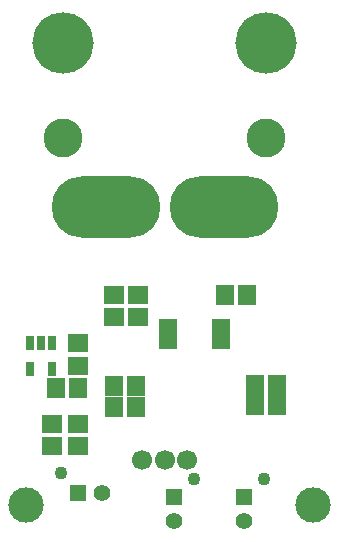
<source format=gbr>
G04 DipTrace 3.2.0.1*
G04 BottomMask.gbr*
%MOIN*%
G04 #@! TF.FileFunction,Soldermask,Bot*
G04 #@! TF.Part,Single*
%ADD31C,0.043307*%
%ADD32C,0.11811*%
%ADD33C,0.129921*%
%ADD39C,0.204724*%
%ADD41O,0.362205X0.204724*%
%ADD43C,0.066929*%
%ADD45R,0.025591X0.045276*%
%ADD47R,0.064961X0.025591*%
%ADD49R,0.059055X0.066929*%
%ADD51C,0.055118*%
%ADD53R,0.055118X0.055118*%
%ADD55R,0.066929X0.059055*%
%FSLAX26Y26*%
G04*
G70*
G90*
G75*
G01*
G04 BotMask*
%LPD*%
D55*
X962510Y1225038D3*
Y1150235D3*
X762490Y793743D3*
Y718940D3*
X674980Y793743D3*
Y718940D3*
D53*
X1313848Y549581D3*
D51*
Y470841D3*
D31*
X1380777Y608636D3*
D49*
X956260Y918756D3*
X881457D3*
X687482Y912505D3*
X762285D3*
D55*
X762490Y1062521D3*
Y987718D3*
D49*
X1325049Y1225038D3*
X1250245D3*
D55*
X881252D3*
Y1150235D3*
D47*
X1237539Y1056270D3*
Y1081270D3*
Y1106270D3*
Y1131270D3*
X1062539Y1056270D3*
Y1081270D3*
Y1106270D3*
Y1131270D3*
D49*
X1425059Y925007D3*
X1350256D3*
X1425059Y856249D3*
X1350256D3*
X881252Y849999D3*
X956055D3*
D53*
X762490Y562469D3*
D51*
X841230D3*
D31*
X703434Y629398D3*
D32*
X587471Y524965D3*
X1543822D3*
D45*
X674980Y1062521D3*
X637579D3*
X674980Y975907D3*
X600177D3*
Y1062521D3*
D43*
X975012Y674980D3*
X1050209D3*
X1125406D3*
D41*
X1247059Y1517500D3*
X853358D3*
D39*
X713109Y2062686D3*
D33*
X713020Y1747726D3*
D39*
X1386993Y2062703D3*
D33*
Y1747743D3*
D53*
X1082573Y549581D3*
D51*
Y470841D3*
D31*
X1149503Y608636D3*
M02*

</source>
